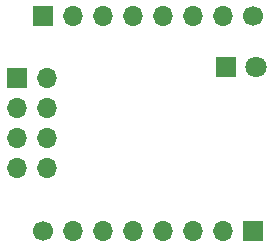
<source format=gbr>
%TF.GenerationSoftware,KiCad,Pcbnew,7.0.2-1.fc38*%
%TF.CreationDate,2023-05-29T12:19:59+02:00*%
%TF.ProjectId,cc1101_pcb,63633131-3031-45f7-9063-622e6b696361,rev?*%
%TF.SameCoordinates,Original*%
%TF.FileFunction,Soldermask,Bot*%
%TF.FilePolarity,Negative*%
%FSLAX46Y46*%
G04 Gerber Fmt 4.6, Leading zero omitted, Abs format (unit mm)*
G04 Created by KiCad (PCBNEW 7.0.2-1.fc38) date 2023-05-29 12:19:59*
%MOMM*%
%LPD*%
G01*
G04 APERTURE LIST*
%ADD10C,1.700000*%
%ADD11O,1.700000X1.700000*%
%ADD12R,1.700000X1.700000*%
%ADD13R,1.800000X1.800000*%
%ADD14C,1.800000*%
G04 APERTURE END LIST*
D10*
%TO.C,J1*%
X55200000Y-78900000D03*
D11*
X52660000Y-78900000D03*
X50120000Y-78900000D03*
X47580000Y-78900000D03*
X45040000Y-78900000D03*
X42500000Y-78900000D03*
X39960000Y-78900000D03*
D12*
X37420000Y-78900000D03*
%TD*%
D10*
%TO.C,J2*%
X37440000Y-97100000D03*
D11*
X39980000Y-97100000D03*
X42520000Y-97100000D03*
X45060000Y-97100000D03*
X47600000Y-97100000D03*
X50140000Y-97100000D03*
X52680000Y-97100000D03*
D12*
X55220000Y-97100000D03*
%TD*%
D13*
%TO.C,LED*%
X52860000Y-83200000D03*
D14*
X55400000Y-83200000D03*
%TD*%
D12*
%TO.C,J3*%
X35160000Y-84180000D03*
D11*
X37700000Y-84180000D03*
X35160000Y-86720000D03*
X37700000Y-86720000D03*
X35160000Y-89260000D03*
X37700000Y-89260000D03*
X35160000Y-91800000D03*
X37700000Y-91800000D03*
%TD*%
M02*

</source>
